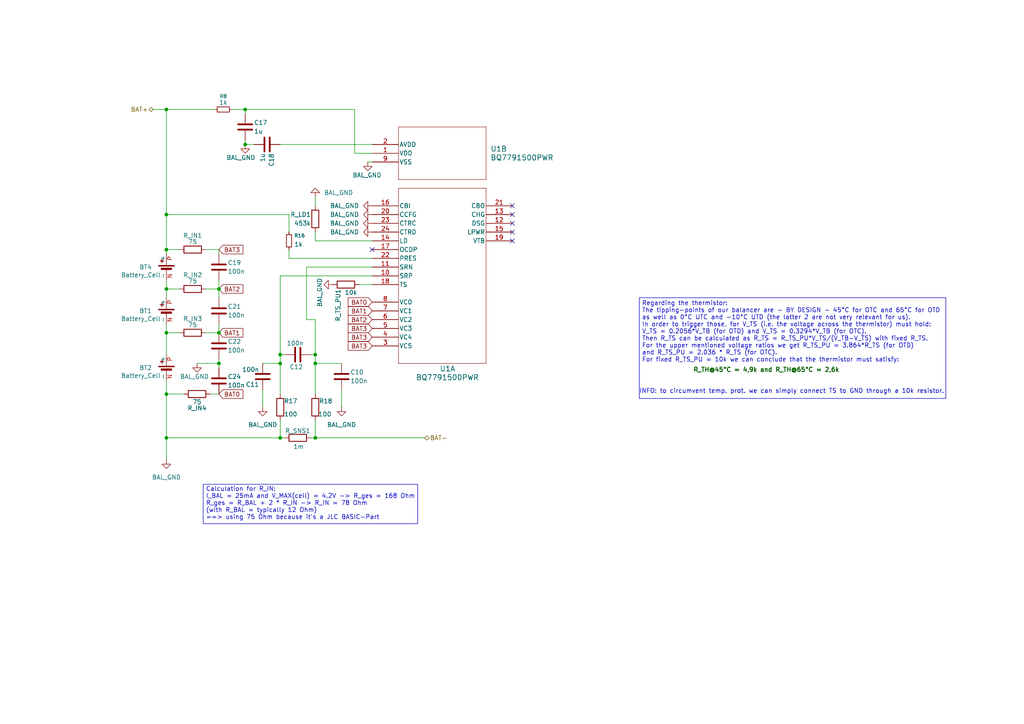
<source format=kicad_sch>
(kicad_sch (version 20250114) (generator "eeschema") (generator_version "9.0")
  (paper "A4")
  (lib_symbols
    (symbol "Battery_Cell_1" (pin_names (offset 0))
      (property "Reference" "BT1" (at 3.81 3.1116 0))
      (property "Value" "Battery_Cell" (at 3.81 0.5716 0))
      (symbol "Battery_Cell_1_0_1"
        (rectangle (start -2.286 1.778) (end 2.286 1.524) (fill (type outline)))
        (rectangle (start -1.524 1.016) (end 1.524 0.508) (fill (type outline)))
        (polyline (pts (xy 0 1.778) (xy 0 2.54)))
        (polyline (pts (xy 0 0.762) (xy 0 0)))
        (polyline (pts (xy 0.762 3.048) (xy 1.778 3.048)) (stroke (width 0.254)))
        (polyline (pts (xy 1.27 3.556) (xy 1.27 2.54)) (stroke (width 0.254)))
      )
      (symbol "Battery_Cell_1_1_1"
        (pin passive line (at 0 5.08 270) (length 2.54) (name "+") (number "P"))
        (pin passive line (at 0 -2.54 90) (length 2.54) (name "-") (number "N"))
      )
    )
    (symbol "Device:C" (pin_numbers (hide yes)) (pin_names (offset 0.254))
      (property "Reference" "C" (at 0.635 2.54 0))
      (property "Value" "C" (at 0.635 -2.54 0))
      (symbol "C_0_1"
        (polyline (pts (xy -2.032 0.762) (xy 2.032 0.762)) (stroke (width 0.508)))
        (polyline (pts (xy -2.032 -0.762) (xy 2.032 -0.762)) (stroke (width 0.508)))
      )
      (symbol "C_1_1"
        (pin passive line (at 0 3.81 270) (length 2.794) (name "~") (number "1"))
        (pin passive line (at 0 -3.81 90) (length 2.794) (name "~") (number "2"))
      )
    )
    (symbol "Device:R" (pin_numbers (hide yes)) (pin_names (offset 0))
      (property "Reference" "R" (at 2.032 0 90))
      (property "Value" "R" (at 0 0 90))
      (symbol "R_0_1"
        (rectangle (start -1.016 -2.54) (end 1.016 2.54) (stroke (width 0.254)))
      )
      (symbol "R_1_1"
        (pin passive line (at 0 3.81 270) (length 1.27) (name "~") (number "1"))
        (pin passive line (at 0 -3.81 90) (length 1.27) (name "~") (number "2"))
      )
    )
    (symbol "R_Small_3" (pin_numbers (hide yes)) (pin_names (offset 0.254) (hide yes))
      (property "Reference" "R" (at 0 0 90))
      (property "Value" "R_Small" (at 1.778 0 90))
      (symbol "R_Small_3_0_1"
        (rectangle (start -0.762 1.778) (end 0.762 -1.778) (stroke (width 0.2032)))
      )
      (symbol "R_Small_3_1_1"
        (pin passive line (at 0 2.54 270) (length 0.762) (name "~") (number "1"))
        (pin passive line (at 0 -2.54 90) (length 0.762) (name "~") (number "2"))
      )
    )
    (symbol "bq77915:BQ7791500PWR" (pin_names (offset 0.254))
      (property "Reference" "U" (at 20.32 10.16 0))
      (property "Value" "BQ7791500PWR" (at 20.32 7.62 0))
      (symbol "BQ7791500PWR_1_1"
        (polyline (pts (xy 7.62 5.08) (xy 7.62 -45.72)) (stroke (width 0.127)))
        (polyline (pts (xy 7.62 -45.72) (xy 33.02 -45.72)) (stroke (width 0.127)))
        (polyline (pts (xy 33.02 5.08) (xy 7.62 5.08)) (stroke (width 0.127)))
        (polyline (pts (xy 33.02 -45.72) (xy 33.02 5.08)) (stroke (width 0.127)))
        (pin input line (at 0 0 0) (length 7.62) (name "CBI") (number "16"))
        (pin input line (at 0 -2.54 0) (length 7.62) (name "CCFG") (number "20"))
        (pin input line (at 0 -5.08 0) (length 7.62) (name "CTRC") (number "23"))
        (pin input line (at 0 -7.62 0) (length 7.62) (name "CTRD") (number "24"))
        (pin input line (at 0 -10.16 0) (length 7.62) (name "LD") (number "14"))
        (pin input line (at 0 -12.7 0) (length 7.62) (name "OCDP") (number "17"))
        (pin input line (at 0 -15.24 0) (length 7.62) (name "PRES") (number "22"))
        (pin input line (at 0 -17.78 0) (length 7.62) (name "SRN") (number "11"))
        (pin input line (at 0 -20.32 0) (length 7.62) (name "SRP") (number "10"))
        (pin input line (at 0 -22.86 0) (length 7.62) (name "TS") (number "18"))
        (pin input line (at 0 -27.94 0) (length 7.62) (name "VC0") (number "8"))
        (pin input line (at 0 -30.48 0) (length 7.62) (name "VC1") (number "7"))
        (pin input line (at 0 -33.02 0) (length 7.62) (name "VC2") (number "6"))
        (pin input line (at 0 -35.56 0) (length 7.62) (name "VC3") (number "5"))
        (pin input line (at 0 -38.1 0) (length 7.62) (name "VC4") (number "4"))
        (pin input line (at 0 -40.64 0) (length 7.62) (name "VC5") (number "3"))
        (pin output line (at 40.64 0 180) (length 7.62) (name "CBO") (number "21"))
        (pin output line (at 40.64 -2.54 180) (length 7.62) (name "CHG") (number "13"))
        (pin output line (at 40.64 -5.08 180) (length 7.62) (name "DSG") (number "12"))
        (pin output line (at 40.64 -7.62 180) (length 7.62) (name "LPWR") (number "15"))
        (pin output line (at 40.64 -10.16 180) (length 7.62) (name "VTB") (number "19"))
      )
      (symbol "BQ7791500PWR_2_1"
        (polyline (pts (xy 7.62 5.08) (xy 7.62 -10.16)) (stroke (width 0.127)))
        (polyline (pts (xy 7.62 -10.16) (xy 33.02 -10.16)) (stroke (width 0.127)))
        (polyline (pts (xy 33.02 5.08) (xy 7.62 5.08)) (stroke (width 0.127)))
        (polyline (pts (xy 33.02 -10.16) (xy 33.02 5.08)) (stroke (width 0.127)))
        (pin power_in line (at 0 0 0) (length 7.62) (name "AVDD") (number "2"))
        (pin power_in line (at 0 -2.54 0) (length 7.62) (name "VDD") (number "1"))
        (pin power_in line (at 0 -5.08 0) (length 7.62) (name "VSS") (number "9"))
      )
    )
    (symbol "power:GND" (power) (pin_numbers (hide yes)) (pin_names (offset 0) (hide yes))
      (property "Value" "GND" (at 0 -3.81 0))
      (symbol "GND_0_1"
        (polyline (pts (xy 0 0) (xy 0 -1.27) (xy 1.27 -1.27) (xy 0 -2.54) (xy -1.27 -1.27) (xy 0 -1.27)))
      )
      (symbol "GND_1_1"
        (pin power_in line (at 0 0 270) (length 0) (name "~") (number "1"))
      )
    )
  )
  (rectangle (start 58.928 140.462) (end 121.158 151.892))
  (rectangle (start 185.42 86.36) (end 274.32 115.57))
  (text "R_TH@45°C = 4,9k and R_TH@65°C = 2,6k" (at 222.25 107.442 0) (effects (font (size 1.27 1.27) (thickness 0.254) (bold yes))))
  (text "INFO: to circumvent temp. prot. we can simply connect TS to GND through a 10k resistor." (at 185.42 113.538 0) (effects (font (size 1.27 1.27) (thickness 0.1588)) (justify left)))
  (text "Calculation for R_IN:\nI_BAL = 25mA and V_MAX(cell) = 4.2V -> R_ges = 168 Ohm\nR_ges = R_BAL + 2 * R_IN -> R_IN = 78 Ohm\n(with R_BAL = typically 12 Ohm)\n==> using 75 Ohm because it's a JLC BASIC-Part" (at 59.69 146.05 0) (effects (font (size 1.27 1.27)) (justify left)))
  (text "Regarding the thermistor:\nThe tipping-points of our balancer are - BY DESIGN - 45°C for OTC and 65°C for OTD\nas well as 0°C UTC and -10°C UTD (the latter 2 are not very relevant for us).\nIn order to trigger those, for V_TS (i.e. the voltage across the thermistor) must hold:\nV_TS = 0.2056*V_TB (for OTD) and V_TS = 0.3294*V_TB (for OTC).\nThen R_TS can be calculated as R_TS = R_TS_PU*V_TS/(V_TB-V_TS) with fixed R_TS.\nFor the upper mentioned voltage ratios we get R_TS_PU = 3.864*R_TS (for OTD) \nand R_TS_PU = 2.036 * R_TS (for OTC).\nFor fixed R_TS_PU = 10k we can conclude that the thermistor must satisfy:" (at 186.182 96.266 0) (effects (font (size 1.27 1.27)) (justify left)))
  (junction (at 63.5 96.52))
  (junction (at 48.26 114.3))
  (junction (at 63.5 105.41))
  (junction (at 71.12 31.75))
  (junction (at 71.12 41.91))
  (junction (at 48.26 127))
  (junction (at 91.44 102.87))
  (junction (at 48.26 83.82))
  (junction (at 81.28 127))
  (junction (at 81.28 102.87))
  (junction (at 48.26 96.52))
  (junction (at 81.28 105.41))
  (junction (at 91.44 127))
  (junction (at 48.26 31.75))
  (junction (at 63.5 83.82))
  (junction (at 48.26 62.23))
  (junction (at 91.44 105.41))
  (junction (at 48.26 72.39))
  (no_connect (at 148.59 62.23))
  (no_connect (at 148.59 59.69))
  (no_connect (at 148.59 67.31))
  (no_connect (at 107.95 72.39))
  (no_connect (at 148.59 69.85))
  (no_connect (at 148.59 64.77))
  (wire (pts (xy 91.44 121.92) (xy 91.44 127)))
  (wire (pts (xy 63.5 83.82) (xy 63.5 86.36)))
  (wire (pts (xy 63.5 81.28) (xy 63.5 83.82)))
  (wire (pts (xy 60.96 114.3) (xy 63.5 114.3)))
  (wire (pts (xy 48.26 83.82) (xy 48.26 86.36)))
  (wire (pts (xy 91.44 92.71) (xy 91.44 102.87)))
  (wire (pts (xy 90.17 127) (xy 91.44 127)))
  (wire (pts (xy 83.82 72.39) (xy 83.82 74.93)))
  (wire (pts (xy 81.28 121.92) (xy 81.28 127)))
  (wire (pts (xy 102.87 44.45) (xy 107.95 44.45)))
  (wire (pts (xy 48.26 96.52) (xy 48.26 102.87)))
  (wire (pts (xy 71.12 41.91) (xy 73.66 41.91)))
  (wire (pts (xy 48.26 83.82) (xy 52.07 83.82)))
  (wire (pts (xy 88.9 92.71) (xy 91.44 92.71)))
  (wire (pts (xy 48.26 31.75) (xy 62.23 31.75)))
  (wire (pts (xy 104.14 82.55) (xy 107.95 82.55)))
  (wire (pts (xy 48.26 96.52) (xy 52.07 96.52)))
  (wire (pts (xy 91.44 127) (xy 123.19 127)))
  (wire (pts (xy 88.9 77.47) (xy 88.9 92.71)))
  (wire (pts (xy 91.44 69.85) (xy 107.95 69.85)))
  (wire (pts (xy 57.15 105.41) (xy 63.5 105.41)))
  (wire (pts (xy 91.44 67.31) (xy 91.44 69.85)))
  (wire (pts (xy 99.06 113.03) (xy 99.06 118.11)))
  (wire (pts (xy 91.44 105.41) (xy 91.44 114.3)))
  (wire (pts (xy 81.28 80.01) (xy 81.28 102.87)))
  (wire (pts (xy 88.9 77.47) (xy 107.95 77.47)))
  (wire (pts (xy 102.87 31.75) (xy 102.87 44.45)))
  (wire (pts (xy 81.28 102.87) (xy 81.28 105.41)))
  (wire (pts (xy 48.26 81.28) (xy 48.26 83.82)))
  (wire (pts (xy 106.68 46.99) (xy 107.95 46.99)))
  (wire (pts (xy 81.28 102.87) (xy 82.55 102.87)))
  (wire (pts (xy 48.26 93.98) (xy 48.26 96.52)))
  (wire (pts (xy 71.12 31.75) (xy 102.87 31.75)))
  (wire (pts (xy 48.26 127) (xy 48.26 133.35)))
  (wire (pts (xy 76.2 105.41) (xy 81.28 105.41)))
  (wire (pts (xy 81.28 127) (xy 82.55 127)))
  (wire (pts (xy 59.69 72.39) (xy 63.5 72.39)))
  (wire (pts (xy 83.82 74.93) (xy 107.95 74.93)))
  (wire (pts (xy 59.69 96.52) (xy 63.5 96.52)))
  (wire (pts (xy 67.31 31.75) (xy 71.12 31.75)))
  (wire (pts (xy 48.26 114.3) (xy 53.34 114.3)))
  (wire (pts (xy 91.44 102.87) (xy 91.44 105.41)))
  (wire (pts (xy 81.28 80.01) (xy 107.95 80.01)))
  (wire (pts (xy 48.26 31.75) (xy 44.45 31.75)))
  (wire (pts (xy 91.44 105.41) (xy 99.06 105.41)))
  (wire (pts (xy 48.26 114.3) (xy 48.26 127)))
  (wire (pts (xy 81.28 41.91) (xy 107.95 41.91)))
  (wire (pts (xy 48.26 72.39) (xy 52.07 72.39)))
  (wire (pts (xy 48.26 62.23) (xy 83.82 62.23)))
  (wire (pts (xy 91.44 59.69) (xy 91.44 57.15)))
  (wire (pts (xy 63.5 105.41) (xy 63.5 106.68)))
  (wire (pts (xy 71.12 40.64) (xy 71.12 41.91)))
  (wire (pts (xy 63.5 72.39) (xy 63.5 73.66)))
  (wire (pts (xy 48.26 62.23) (xy 48.26 72.39)))
  (wire (pts (xy 48.26 31.75) (xy 48.26 62.23)))
  (wire (pts (xy 81.28 105.41) (xy 81.28 114.3)))
  (wire (pts (xy 83.82 62.23) (xy 83.82 67.31)))
  (wire (pts (xy 71.12 31.75) (xy 71.12 33.02)))
  (wire (pts (xy 63.5 104.14) (xy 63.5 105.41)))
  (wire (pts (xy 48.26 72.39) (xy 48.26 73.66)))
  (wire (pts (xy 76.2 113.03) (xy 76.2 118.11)))
  (wire (pts (xy 48.26 127) (xy 81.28 127)))
  (wire (pts (xy 90.17 102.87) (xy 91.44 102.87)))
  (wire (pts (xy 48.26 110.49) (xy 48.26 114.3)))
  (wire (pts (xy 63.5 93.98) (xy 63.5 96.52)))
  (wire (pts (xy 59.69 83.82) (xy 63.5 83.82)))
  (global_label "BAT3" (shape input) (at 63.5 72.39 0) (property "Intersheetrefs" "${INTERSHEET_REFS}" (effects (hide yes))))
  (global_label "BAT2" (shape input) (at 63.5 83.82 0) (property "Intersheetrefs" "${INTERSHEET_REFS}" (effects (hide yes))))
  (global_label "BAT3" (shape input) (at 107.95 95.25 180) (property "Intersheetrefs" "${INTERSHEET_REFS}" (effects (hide yes))))
  (global_label "BAT0" (shape input) (at 63.5 114.3 0) (property "Intersheetrefs" "${INTERSHEET_REFS}" (effects (hide yes))))
  (global_label "BAT3" (shape input) (at 107.95 97.79 180) (property "Intersheetrefs" "${INTERSHEET_REFS}" (effects (hide yes))))
  (global_label "BAT2" (shape input) (at 107.95 92.71 180) (property "Intersheetrefs" "${INTERSHEET_REFS}" (effects (hide yes))))
  (global_label "BAT0" (shape input) (at 107.95 87.63 180) (property "Intersheetrefs" "${INTERSHEET_REFS}" (effects (hide yes))))
  (global_label "BAT1" (shape input) (at 107.95 90.17 180) (property "Intersheetrefs" "${INTERSHEET_REFS}" (effects (hide yes))))
  (global_label "BAT1" (shape input) (at 63.5 96.52 0) (property "Intersheetrefs" "${INTERSHEET_REFS}" (effects (hide yes))))
  (global_label "BAT3" (shape input) (at 107.95 100.33 180) (property "Intersheetrefs" "${INTERSHEET_REFS}" (effects (hide yes))))
  (hierarchical_label "BAT-" (shape bidirectional) (at 123.19 127 0))
  (hierarchical_label "BAT+" (shape bidirectional) (at 44.45 31.75 180))
  (symbol (lib_id "power:GND") (at 107.95 64.77 270) (unit 1)
    (property "Reference" "#PWR068" (effects (hide yes)))
    (property "Value" "BAL_GND" (at 104.14 64.7699 90) (effects (justify right)))
    (property "Description" "Power symbol creates a global label with name \"GND\" , ground" (effects (hide yes)))
  )
  (symbol (lib_id "bq77915:BQ7791500PWR") (at 107.95 41.91 0) (unit 2)
    (property "Reference" "U1" (at 142.24 43.1799 0) (effects (font (size 1.524 1.524)) (justify left)))
    (property "Value" "BQ7791500PWR" (at 142.24 45.7199 0) (effects (font (size 1.524 1.524)) (justify left)))
    (property "Footprint" "Package_SO:TSSOP-24_4.4x7.8mm_P0.65mm" (effects (hide yes)))
    (property "Datasheet" "https://www.ti.com/lit/gpn/bq77915" (effects (hide yes)))
    (property "LCSC" "C2876946" (effects (hide yes)))
  )
  (symbol (lib_id "Device:C") (at 77.47 41.91 270) (unit 1)
    (property "Reference" "C18" (at 78.74 44.45 0) (effects (justify left)))
    (property "Value" "1u" (at 76.2 44.45 0) (effects (justify left)))
    (property "Footprint" "Capacitor_SMD:C_0402_1005Metric" (effects (hide yes)))
    (property "Datasheet" "https://www.lcsc.com/datasheet/lcsc_datasheet_2304140030_Samsung-Electro-Mechanics-CL05A105KA5NQNC_C52923.pdf" (effects (hide yes)))
    (property "Description" "25V 1uF X5R ±10% 0402 Multilayer Ceramic Capacitors MLCC - SMD/SMT ROHS" (effects (hide yes)))
    (property "LCSC" "C52923" (effects (hide yes)))
    (property "Manufacturer" "Samsung Electro-Mechanics" (effects (hide yes)))
  )
  (symbol (lib_id "Device:C") (at 63.5 100.33 0) (unit 1)
    (property "Reference" "C22" (at 66.04 99.06 0) (effects (justify left)))
    (property "Value" "100n" (at 66.04 101.6 0) (effects (justify left)))
    (property "Footprint" "Capacitor_SMD:C_0402_1005Metric" (effects (hide yes)))
    (property "Datasheet" "https://jlcpcb.com/api/file/downloadByFileSystemAccessId/8554627388281098240" (effects (hide yes)))
    (property "Description" "50V 100nF X7R ±10% 0402 Multilayer Ceramic Capacitors MLCC - SMD/SMT ROHS" (effects (hide yes)))
    (property "LCSC" "C307331" (effects (hide yes)))
    (property "Manufacturer" "Murata Electronics" (effects (hide yes)))
  )
  (symbol (lib_id "Device:R") (at 86.36 127 90) (unit 1)
    (property "Reference" "R_SNS1" (at 86.36 124.968 90))
    (property "Value" "1m" (at 86.614 129.54 90))
    (property "Footprint" "Resistor_SMD:R_2512_6332Metric" (effects (hide yes)))
    (property "Description" "Resistor" (effects (hide yes)))
    (property "LCSC" "C728297" (effects (hide yes)))
  )
  (symbol (lib_id "power:GND") (at 96.52 82.55 270) (unit 1)
    (property "Reference" "#PWR051" (effects (hide yes)))
    (property "Value" "BAL_GND" (at 92.71 84.836 0))
    (property "Description" "Power symbol creates a global label with name \"GND\" , ground" (effects (hide yes)))
  )
  (symbol (lib_name "R_Small_3") (lib_id "Device:R_Small") (at 64.77 31.75 90) (unit 1)
    (property "Reference" "R8" (at 64.77 27.94 90) (effects (font (size 1.016 1.016))))
    (property "Value" "1k" (at 64.77 29.718 90))
    (property "Footprint" "Resistor_SMD:R_0402_1005Metric" (effects (hide yes)))
    (property "Description" "Resistor, small symbol" (effects (hide yes)))
    (property "LCSC" "C11702" (effects (hide yes)))
  )
  (symbol (lib_id "power:GND") (at 57.15 105.41 0) (unit 1)
    (property "Reference" "#PWR036" (effects (hide yes)))
    (property "Value" "BAL_GND" (at 56.388 109.22 0))
    (property "Description" "Power symbol creates a global label with name \"GND\" , ground" (effects (hide yes)))
  )
  (symbol (lib_name "Battery_Cell_1") (lib_id "Device:Battery_Cell") (at 48.26 107.95 0) (mirror y) (unit 1)
    (property "Reference" "BT2" (at 40.386 106.68 0) (effects (justify right)))
    (property "Value" "Battery_Cell" (at 35.052 108.966 0) (effects (justify right)))
    (property "Footprint" "Inductor Wuerth:BAT_1043" (effects (hide yes)))
    (property "Datasheet" "https://www.mouser.de/datasheet/2/215/1043-745411.pdf" (effects (hide yes)))
    (property "Description" "Single-cell battery" (effects (hide yes)))
    (property "LCSC" "x" (effects (hide yes)))
  )
  (symbol (lib_id "power:GND") (at 71.12 41.91 0) (unit 1)
    (property "Reference" "#PWR038" (effects (hide yes)))
    (property "Value" "BAL_GND" (at 69.85 45.72 0))
    (property "Description" "Power symbol creates a global label with name \"GND\" , ground" (effects (hide yes)))
  )
  (symbol (lib_id "power:GND") (at 107.95 67.31 270) (unit 1)
    (property "Reference" "#PWR081" (effects (hide yes)))
    (property "Value" "BAL_GND" (at 104.14 67.3099 90) (effects (justify right)))
    (property "Description" "Power symbol creates a global label with name \"GND\" , ground" (effects (hide yes)))
  )
  (symbol (lib_id "Device:R") (at 100.33 82.55 270) (mirror x) (unit 1)
    (property "Reference" "R_TS_PU1" (at 98.044 83.82 0) (effects (justify right)))
    (property "Value" "10k" (at 103.632 84.836 90) (effects (justify right)))
    (property "Footprint" "Resistor_SMD:R_0402_1005Metric" (effects (hide yes)))
    (property "Description" "Resistor" (effects (hide yes)))
    (property "LCSC" "C25744" (effects (hide yes)))
  )
  (symbol (lib_id "Device:R") (at 55.88 96.52 90) (unit 1)
    (property "Reference" "R_IN3" (at 55.88 92.456 90))
    (property "Value" "75" (at 55.88 94.234 90))
    (property "Footprint" "Resistor_SMD:R_0603_1608Metric" (effects (hide yes)))
    (property "Description" "Resistor" (effects (hide yes)))
    (property "LCSC" "C4275" (effects (hide yes)))
  )
  (symbol (lib_id "Device:R") (at 81.28 118.11 180) (unit 1)
    (property "Reference" "R17" (at 84.328 116.332 0))
    (property "Value" "100" (at 84.328 120.142 0))
    (property "Footprint" "Resistor_SMD:R_0603_1608Metric" (effects (hide yes)))
    (property "Description" "Resistor" (effects (hide yes)))
    (property "LCSC" "C22775" (effects (hide yes)))
  )
  (symbol (lib_id "power:GND") (at 48.26 133.35 0) (unit 1)
    (property "Reference" "#PWR045" (effects (hide yes)))
    (property "Value" "BAL_GND" (at 48.26 138.43 0))
    (property "Description" "Power symbol creates a global label with name \"GND\" , ground" (effects (hide yes)))
  )
  (symbol (lib_id "Device:R") (at 55.88 83.82 90) (unit 1)
    (property "Reference" "R_IN2" (at 55.88 79.756 90))
    (property "Value" "75" (at 55.88 81.534 90))
    (property "Footprint" "Resistor_SMD:R_0603_1608Metric" (effects (hide yes)))
    (property "Description" "Resistor" (effects (hide yes)))
    (property "LCSC" "C4275" (effects (hide yes)))
  )
  (symbol (lib_id "power:GND") (at 107.95 62.23 270) (unit 1)
    (property "Reference" "#PWR054" (effects (hide yes)))
    (property "Value" "BAL_GND" (at 104.14 62.2299 90) (effects (justify right)))
    (property "Description" "Power symbol creates a global label with name \"GND\" , ground" (effects (hide yes)))
  )
  (symbol (lib_id "power:GND") (at 99.06 118.11 0) (unit 1)
    (property "Reference" "#PWR059" (effects (hide yes)))
    (property "Value" "BAL_GND" (at 99.06 123.19 0))
    (property "Description" "Power symbol creates a global label with name \"GND\" , ground" (effects (hide yes)))
  )
  (symbol (lib_id "Device:R") (at 91.44 63.5 0) (mirror x) (unit 1)
    (property "Reference" "R_LD1" (at 90.17 62.23 0) (effects (justify right)))
    (property "Value" "453k" (at 90.17 64.77 0) (effects (justify right)))
    (property "Footprint" "Resistor_SMD:R_0402_1005Metric" (effects (hide yes)))
    (property "Description" "Resistor" (effects (hide yes)))
    (property "LCSC" "C27009" (effects (hide yes)))
  )
  (symbol (lib_id "power:GND") (at 106.68 46.99 0) (unit 1)
    (property "Reference" "#PWR048" (effects (hide yes)))
    (property "Value" "BAL_GND" (at 106.426 50.8 0))
    (property "Description" "Power symbol creates a global label with name \"GND\" , ground" (effects (hide yes)))
  )
  (symbol (lib_id "power:GND") (at 107.95 59.69 270) (unit 1)
    (property "Reference" "#PWR041" (effects (hide yes)))
    (property "Value" "BAL_GND" (at 104.14 59.6899 90) (effects (justify right)))
    (property "Description" "Power symbol creates a global label with name \"GND\" , ground" (effects (hide yes)))
  )
  (symbol (lib_id "Device:C") (at 99.06 109.22 0) (unit 1)
    (property "Reference" "C10" (at 101.6 107.95 0) (effects (justify left)))
    (property "Value" "100n" (at 101.6 110.49 0) (effects (justify left)))
    (property "Footprint" "Capacitor_SMD:C_0402_1005Metric" (effects (hide yes)))
    (property "Datasheet" "https://jlcpcb.com/api/file/downloadByFileSystemAccessId/8554627388281098240" (effects (hide yes)))
    (property "Description" "50V 100nF X7R ±10% 0402 Multilayer Ceramic Capacitors MLCC - SMD/SMT ROHS" (effects (hide yes)))
    (property "LCSC" "C307331" (effects (hide yes)))
    (property "Manufacturer" "Murata Electronics" (effects (hide yes)))
  )
  (symbol (lib_id "Device:C") (at 71.12 36.83 0) (unit 1)
    (property "Reference" "C17" (at 73.66 35.56 0) (effects (justify left)))
    (property "Value" "1u" (at 73.66 38.1 0) (effects (justify left)))
    (property "Footprint" "Capacitor_SMD:C_0402_1005Metric" (effects (hide yes)))
    (property "Datasheet" "https://www.lcsc.com/datasheet/lcsc_datasheet_2304140030_Samsung-Electro-Mechanics-CL05A105KA5NQNC_C52923.pdf" (effects (hide yes)))
    (property "Description" "25V 1uF X5R ±10% 0402 Multilayer Ceramic Capacitors MLCC - SMD/SMT ROHS" (effects (hide yes)))
    (property "LCSC" "C52923" (effects (hide yes)))
    (property "Manufacturer" "Samsung Electro-Mechanics" (effects (hide yes)))
  )
  (symbol (lib_id "Device:C") (at 86.36 102.87 90) (unit 1)
    (property "Reference" "C12" (at 87.884 106.426 90) (effects (justify left)))
    (property "Value" "100n" (at 88.138 99.568 90) (effects (justify left)))
    (property "Footprint" "Capacitor_SMD:C_0402_1005Metric" (effects (hide yes)))
    (property "Datasheet" "https://jlcpcb.com/api/file/downloadByFileSystemAccessId/8554627388281098240" (effects (hide yes)))
    (property "Description" "50V 100nF X7R ±10% 0402 Multilayer Ceramic Capacitors MLCC - SMD/SMT ROHS" (effects (hide yes)))
    (property "LCSC" "C307331" (effects (hide yes)))
    (property "Manufacturer" "Murata Electronics" (effects (hide yes)))
  )
  (symbol (lib_name "R_Small_3") (lib_id "Device:R_Small") (at 83.82 69.85 180) (unit 1)
    (property "Reference" "R16" (at 85.344 68.326 0) (effects (font (size 1.016 1.016)) (justify right)))
    (property "Value" "1k" (at 85.344 70.866 0) (effects (justify right)))
    (property "Footprint" "Resistor_SMD:R_0402_1005Metric" (effects (hide yes)))
    (property "Description" "Resistor, small symbol" (effects (hide yes)))
    (property "LCSC" "C11702" (effects (hide yes)))
  )
  (symbol (lib_id "Device:C") (at 63.5 90.17 0) (unit 1)
    (property "Reference" "C21" (at 66.04 88.9 0) (effects (justify left)))
    (property "Value" "100n" (at 66.04 91.44 0) (effects (justify left)))
    (property "Footprint" "Capacitor_SMD:C_0402_1005Metric" (effects (hide yes)))
    (property "Datasheet" "https://jlcpcb.com/api/file/downloadByFileSystemAccessId/8554627388281098240" (effects (hide yes)))
    (property "Description" "50V 100nF X7R ±10% 0402 Multilayer Ceramic Capacitors MLCC - SMD/SMT ROHS" (effects (hide yes)))
    (property "LCSC" "C307331" (effects (hide yes)))
    (property "Manufacturer" "Murata Electronics" (effects (hide yes)))
  )
  (symbol (lib_id "Device:C") (at 76.2 109.22 180) (unit 1)
    (property "Reference" "C11" (at 75.184 111.506 0) (effects (justify left)))
    (property "Value" "100n" (at 75.184 107.188 0) (effects (justify left)))
    (property "Footprint" "Capacitor_SMD:C_0402_1005Metric" (effects (hide yes)))
    (property "Datasheet" "https://jlcpcb.com/api/file/downloadByFileSystemAccessId/8554627388281098240" (effects (hide yes)))
    (property "Description" "50V 100nF X7R ±10% 0402 Multilayer Ceramic Capacitors MLCC - SMD/SMT ROHS" (effects (hide yes)))
    (property "LCSC" "C307331" (effects (hide yes)))
    (property "Manufacturer" "Murata Electronics" (effects (hide yes)))
  )
  (symbol (lib_name "Battery_Cell_1") (lib_id "Device:Battery_Cell") (at 48.26 78.74 0) (mirror y) (unit 1)
    (property "Reference" "BT4" (at 40.386 77.47 0) (effects (justify right)))
    (property "Value" "Battery_Cell" (at 35.052 79.756 0) (effects (justify right)))
    (property "Footprint" "Inductor Wuerth:BAT_1043" (effects (hide yes)))
    (property "Datasheet" "https://www.mouser.de/datasheet/2/215/1043-745411.pdf" (effects (hide yes)))
    (property "Description" "Single-cell battery" (effects (hide yes)))
    (property "LCSC" "x" (effects (hide yes)))
  )
  (symbol (lib_id "power:GND") (at 91.44 57.15 180) (unit 1)
    (property "Reference" "#PWR044" (effects (hide yes)))
    (property "Value" "BAL_GND" (at 93.98 55.8799 0) (effects (justify right)))
    (property "Description" "Power symbol creates a global label with name \"GND\" , ground" (effects (hide yes)))
  )
  (symbol (lib_id "Device:R") (at 91.44 118.11 180) (unit 1)
    (property "Reference" "R18" (at 94.488 116.332 0))
    (property "Value" "100" (at 94.234 120.142 0))
    (property "Footprint" "Resistor_SMD:R_0603_1608Metric" (effects (hide yes)))
    (property "Description" "Resistor" (effects (hide yes)))
    (property "LCSC" "C22775" (effects (hide yes)))
  )
  (symbol (lib_id "Device:R") (at 55.88 72.39 90) (unit 1)
    (property "Reference" "R_IN1" (at 55.88 68.326 90))
    (property "Value" "75" (at 55.88 70.104 90))
    (property "Footprint" "Resistor_SMD:R_0603_1608Metric" (effects (hide yes)))
    (property "Description" "Resistor" (effects (hide yes)))
    (property "LCSC" "C4275" (effects (hide yes)))
  )
  (symbol (lib_id "Device:R") (at 57.15 114.3 270) (unit 1)
    (property "Reference" "R_IN4" (at 57.15 118.364 90))
    (property "Value" "75" (at 57.15 116.586 90))
    (property "Footprint" "Resistor_SMD:R_0603_1608Metric" (effects (hide yes)))
    (property "Description" "Resistor" (effects (hide yes)))
    (property "LCSC" "C4275" (effects (hide yes)))
  )
  (symbol (lib_name "Battery_Cell_1") (lib_id "Device:Battery_Cell") (at 48.26 91.44 0) (mirror y) (unit 1)
    (property "Reference" "BT1" (at 40.386 90.17 0) (effects (justify right)))
    (property "Value" "Battery_Cell" (at 35.052 92.456 0) (effects (justify right)))
    (property "Footprint" "Inductor Wuerth:BAT_1043" (effects (hide yes)))
    (property "Datasheet" "https://www.mouser.de/datasheet/2/215/1043-745411.pdf" (effects (hide yes)))
    (property "Description" "Single-cell battery" (effects (hide yes)))
    (property "LCSC" "x" (effects (hide yes)))
  )
  (symbol (lib_id "bq77915:BQ7791500PWR") (at 107.95 59.69 0) (unit 1)
    (property "Reference" "U1" (at 129.794 106.934 0) (effects (font (size 1.524 1.524))))
    (property "Value" "BQ7791500PWR" (at 129.794 109.474 0) (effects (font (size 1.524 1.524))))
    (property "Footprint" "Package_SO:TSSOP-24_4.4x7.8mm_P0.65mm" (effects (hide yes)))
    (property "Datasheet" "https://www.ti.com/lit/gpn/bq77915" (effects (hide yes)))
    (property "LCSC" "C2876946" (effects (hide yes)))
  )
  (symbol (lib_id "Device:C") (at 63.5 77.47 0) (unit 1)
    (property "Reference" "C19" (at 66.04 76.2 0) (effects (justify left)))
    (property "Value" "100n" (at 66.04 78.74 0) (effects (justify left)))
    (property "Footprint" "Capacitor_SMD:C_0402_1005Metric" (effects (hide yes)))
    (property "Datasheet" "https://jlcpcb.com/api/file/downloadByFileSystemAccessId/8554627388281098240" (effects (hide yes)))
    (property "Description" "50V 100nF X7R ±10% 0402 Multilayer Ceramic Capacitors MLCC - SMD/SMT ROHS" (effects (hide yes)))
    (property "LCSC" "C307331" (effects (hide yes)))
    (property "Manufacturer" "Murata Electronics" (effects (hide yes)))
  )
  (symbol (lib_id "power:GND") (at 76.2 118.11 0) (unit 1)
    (property "Reference" "#PWR064" (effects (hide yes)))
    (property "Value" "BAL_GND" (at 76.2 123.19 0))
    (property "Description" "Power symbol creates a global label with name \"GND\" , ground" (effects (hide yes)))
  )
  (symbol (lib_id "Device:C") (at 63.5 110.49 0) (unit 1)
    (property "Reference" "C24" (at 66.04 109.22 0) (effects (justify left)))
    (property "Value" "100n" (at 66.04 111.76 0) (effects (justify left)))
    (property "Footprint" "Capacitor_SMD:C_0402_1005Metric" (effects (hide yes)))
    (property "Datasheet" "https://jlcpcb.com/api/file/downloadByFileSystemAccessId/8554627388281098240" (effects (hide yes)))
    (property "Description" "50V 100nF X7R ±10% 0402 Multilayer Ceramic Capacitors MLCC - SMD/SMT ROHS" (effects (hide yes)))
    (property "LCSC" "C307331" (effects (hide yes)))
    (property "Manufacturer" "Murata Electronics" (effects (hide yes)))
  )
)
</source>
